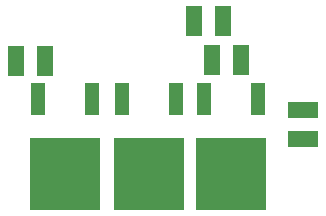
<source format=gtp>
G04*
G04 #@! TF.GenerationSoftware,Altium Limited,Altium Designer,18.1.6 (161)*
G04*
G04 Layer_Color=8421504*
%FSLAX25Y25*%
%MOIN*%
G70*
G01*
G75*
%ADD13R,0.10236X0.05315*%
%ADD14R,0.05315X0.10236*%
%ADD15R,0.04921X0.11024*%
%ADD16R,0.23819X0.24410*%
G54D13*
X526500Y267177D02*
D03*
Y276823D02*
D03*
G54D14*
X440323Y293000D02*
D03*
X430677D02*
D03*
X496162Y293500D02*
D03*
X505808D02*
D03*
X490226Y306500D02*
D03*
X499872D02*
D03*
G54D15*
X511476Y280500D02*
D03*
X493524Y280500D02*
D03*
X484000D02*
D03*
X466047D02*
D03*
X455976D02*
D03*
X438024Y280500D02*
D03*
G54D16*
X502500Y255303D02*
D03*
X475024D02*
D03*
X447000Y255303D02*
D03*
M02*

</source>
